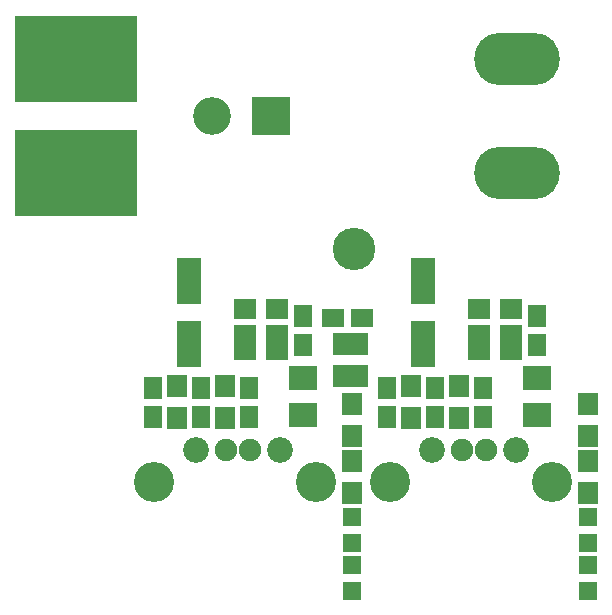
<source format=gts>
G04 #@! TF.FileFunction,Soldermask,Top*
%FSLAX46Y46*%
G04 Gerber Fmt 4.6, Leading zero omitted, Abs format (unit mm)*
G04 Created by KiCad (PCBNEW 4.0.7-e2-6376~58~ubuntu16.04.1) date Fri Nov  3 20:46:07 2017*
%MOMM*%
%LPD*%
G01*
G04 APERTURE LIST*
%ADD10C,0.100000*%
%ADD11R,1.900000X1.700000*%
%ADD12R,1.650000X1.900000*%
%ADD13R,2.430000X2.050000*%
%ADD14R,1.050000X1.960000*%
%ADD15R,10.400000X7.400000*%
%ADD16O,7.250000X4.450000*%
%ADD17R,1.960000X1.050000*%
%ADD18R,1.900000X1.650000*%
%ADD19R,1.600000X1.600000*%
%ADD20C,2.178000*%
%ADD21C,1.900000*%
%ADD22C,3.400000*%
%ADD23R,1.700000X1.900000*%
%ADD24C,3.600000*%
%ADD25R,3.194000X3.194000*%
%ADD26C,3.194000*%
%ADD27R,2.000000X3.900000*%
G04 APERTURE END LIST*
D10*
D11*
X142414000Y-105918000D03*
X145114000Y-105918000D03*
D12*
X147320000Y-108946000D03*
X147320000Y-106446000D03*
D13*
X147320000Y-111704000D03*
X147320000Y-114864000D03*
D14*
X150434000Y-111586000D03*
X151384000Y-111586000D03*
X152334000Y-111586000D03*
X152334000Y-108886000D03*
X150434000Y-108886000D03*
X151384000Y-108886000D03*
D15*
X128130800Y-84683600D03*
X128130800Y-94335600D03*
D16*
X165473000Y-84709000D03*
X165473000Y-94352000D03*
D17*
X145114000Y-109662000D03*
X145114000Y-108712000D03*
X145114000Y-107762000D03*
X142414000Y-107762000D03*
X142414000Y-109662000D03*
X142414000Y-108712000D03*
D18*
X149880000Y-106680000D03*
X152380000Y-106680000D03*
D12*
X167132000Y-108946000D03*
X167132000Y-106446000D03*
X142748000Y-112542000D03*
X142748000Y-115042000D03*
X162560000Y-112542000D03*
X162560000Y-115042000D03*
X134620000Y-115042000D03*
X134620000Y-112542000D03*
X154432000Y-115042000D03*
X154432000Y-112542000D03*
X138684000Y-115042000D03*
X138684000Y-112542000D03*
X158496000Y-115042000D03*
X158496000Y-112542000D03*
D19*
X151511000Y-123487000D03*
X151511000Y-125687000D03*
X171450000Y-123487000D03*
X171450000Y-125687000D03*
X151511000Y-127551000D03*
X151511000Y-129751000D03*
X171450000Y-127551000D03*
X171450000Y-129751000D03*
D20*
X145413000Y-117856000D03*
D21*
X142873000Y-117856000D03*
X140843000Y-117856000D03*
D20*
X138303000Y-117856000D03*
D22*
X148463000Y-120526000D03*
X134743000Y-120526000D03*
D20*
X165352000Y-117856000D03*
D21*
X162812000Y-117856000D03*
X160782000Y-117856000D03*
D20*
X158242000Y-117856000D03*
D22*
X168402000Y-120526000D03*
X154682000Y-120526000D03*
D23*
X151511000Y-113966000D03*
X151511000Y-116666000D03*
X171450000Y-113966000D03*
X171450000Y-116666000D03*
D11*
X162226000Y-105918000D03*
X164926000Y-105918000D03*
D23*
X151511000Y-118792000D03*
X151511000Y-121492000D03*
X171450000Y-118792000D03*
X171450000Y-121492000D03*
X136652000Y-115142000D03*
X136652000Y-112442000D03*
X156464000Y-115142000D03*
X156464000Y-112442000D03*
D17*
X164926000Y-109662000D03*
X164926000Y-108712000D03*
X164926000Y-107762000D03*
X162226000Y-107762000D03*
X162226000Y-109662000D03*
X162226000Y-108712000D03*
D24*
X151638000Y-100838000D03*
D25*
X144627600Y-89509600D03*
D26*
X139627600Y-89509600D03*
D27*
X137668000Y-108872000D03*
X137668000Y-103472000D03*
X157480000Y-108872000D03*
X157480000Y-103472000D03*
D13*
X167132000Y-111704000D03*
X167132000Y-114864000D03*
D23*
X140716000Y-112442000D03*
X140716000Y-115142000D03*
X160528000Y-112442000D03*
X160528000Y-115142000D03*
M02*

</source>
